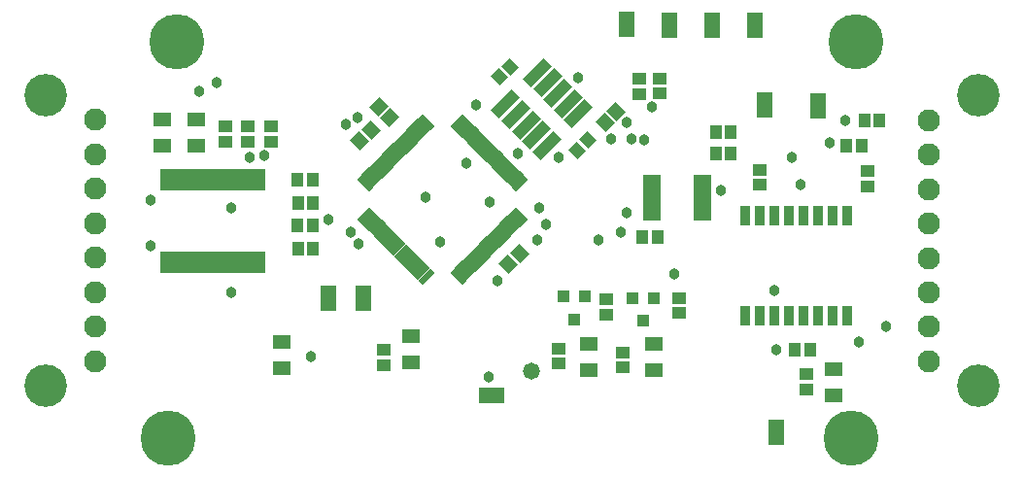
<source format=gbr>
%TF.GenerationSoftware,Altium Limited,Altium Designer,18.1.9 (240)*%
G04 Layer_Color=8388736*
%FSLAX26Y26*%
%MOIN*%
%TF.FileFunction,Soldermask,Top*%
%TF.Part,Single*%
G01*
G75*
%TA.AperFunction,SMDPad,CuDef*%
%ADD65R,0.047370X0.043433*%
%ADD66R,0.043433X0.047370*%
%ADD67R,0.039496X0.043433*%
%ADD70R,0.045402X0.041465*%
%ADD72R,0.041465X0.045402*%
%TA.AperFunction,ViaPad*%
%ADD78C,0.189102*%
%TA.AperFunction,ComponentPad*%
%ADD79C,0.145795*%
%ADD80C,0.076898*%
%TA.AperFunction,ViaPad*%
%ADD81C,0.038000*%
%ADD82C,0.058000*%
%TA.AperFunction,SMDPad,CuDef*%
%ADD85R,0.053276X0.088709*%
%ADD86R,0.027291X0.072961*%
%ADD87R,0.059181X0.051307*%
G04:AMPARAMS|DCode=88|XSize=19.811mil|YSize=61.15mil|CornerRadius=0mil|HoleSize=0mil|Usage=FLASHONLY|Rotation=315.000|XOffset=0mil|YOffset=0mil|HoleType=Round|Shape=Rectangle|*
%AMROTATEDRECTD88*
4,1,4,-0.028624,-0.014615,0.014615,0.028624,0.028624,0.014615,-0.014615,-0.028624,-0.028624,-0.014615,0.0*
%
%ADD88ROTATEDRECTD88*%

G04:AMPARAMS|DCode=89|XSize=19.811mil|YSize=61.15mil|CornerRadius=0mil|HoleSize=0mil|Usage=FLASHONLY|Rotation=45.000|XOffset=0mil|YOffset=0mil|HoleType=Round|Shape=Rectangle|*
%AMROTATEDRECTD89*
4,1,4,0.014615,-0.028624,-0.028624,0.014615,-0.014615,0.028624,0.028624,-0.014615,0.014615,-0.028624,0.0*
%
%ADD89ROTATEDRECTD89*%

G04:AMPARAMS|DCode=90|XSize=47.37mil|YSize=43.433mil|CornerRadius=0mil|HoleSize=0mil|Usage=FLASHONLY|Rotation=45.000|XOffset=0mil|YOffset=0mil|HoleType=Round|Shape=Rectangle|*
%AMROTATEDRECTD90*
4,1,4,-0.001392,-0.032104,-0.032104,-0.001392,0.001392,0.032104,0.032104,0.001392,-0.001392,-0.032104,0.0*
%
%ADD90ROTATEDRECTD90*%

G04:AMPARAMS|DCode=91|XSize=47.37mil|YSize=43.433mil|CornerRadius=0mil|HoleSize=0mil|Usage=FLASHONLY|Rotation=135.000|XOffset=0mil|YOffset=0mil|HoleType=Round|Shape=Rectangle|*
%AMROTATEDRECTD91*
4,1,4,0.032104,-0.001392,0.001392,-0.032104,-0.032104,0.001392,-0.001392,0.032104,0.032104,-0.001392,0.0*
%
%ADD91ROTATEDRECTD91*%

%ADD92R,0.088709X0.053276*%
G04:AMPARAMS|DCode=93|XSize=45.402mil|YSize=41.465mil|CornerRadius=0mil|HoleSize=0mil|Usage=FLASHONLY|Rotation=135.000|XOffset=0mil|YOffset=0mil|HoleType=Round|Shape=Rectangle|*
%AMROTATEDRECTD93*
4,1,4,0.030712,-0.001392,0.001392,-0.030712,-0.030712,0.001392,-0.001392,0.030712,0.030712,-0.001392,0.0*
%
%ADD93ROTATEDRECTD93*%

G04:AMPARAMS|DCode=94|XSize=37.921mil|YSize=102.488mil|CornerRadius=0mil|HoleSize=0mil|Usage=FLASHONLY|Rotation=135.000|XOffset=0mil|YOffset=0mil|HoleType=Round|Shape=Rectangle|*
%AMROTATEDRECTD94*
4,1,4,0.049642,0.022828,-0.022828,-0.049642,-0.049642,-0.022828,0.022828,0.049642,0.049642,0.022828,0.0*
%
%ADD94ROTATEDRECTD94*%

%ADD95R,0.061150X0.019811*%
%ADD96R,0.035559X0.070992*%
D65*
X1811024Y2034448D02*
D03*
Y1981300D02*
D03*
X4015748Y1880390D02*
D03*
Y1827242D02*
D03*
D66*
X2113188Y1850394D02*
D03*
X2060040D02*
D03*
Y1692913D02*
D03*
X2113188D02*
D03*
X3294291Y1653543D02*
D03*
X3241142D02*
D03*
X3765750Y1268426D02*
D03*
X3818898D02*
D03*
D67*
X3045797Y1449370D02*
D03*
X2970993D02*
D03*
X3008395Y1370630D02*
D03*
X3283268Y1445000D02*
D03*
X3208464D02*
D03*
X3245866Y1366260D02*
D03*
D70*
X1889764Y1982284D02*
D03*
Y2033464D02*
D03*
X1968504Y1982284D02*
D03*
Y2033464D02*
D03*
X2355000Y1266180D02*
D03*
Y1215000D02*
D03*
X3173740Y1208149D02*
D03*
Y1259329D02*
D03*
X2954066Y1219410D02*
D03*
Y1270590D02*
D03*
X3120000Y1440000D02*
D03*
Y1388820D02*
D03*
X3233269Y2145669D02*
D03*
Y2196849D02*
D03*
X3301298Y2146578D02*
D03*
Y2197758D02*
D03*
X3366771Y1445000D02*
D03*
Y1393820D02*
D03*
X3805000Y1132559D02*
D03*
Y1183739D02*
D03*
X3645000Y1884330D02*
D03*
Y1833150D02*
D03*
D72*
X4004251Y2054803D02*
D03*
X4055432D02*
D03*
X3942417Y1968504D02*
D03*
X3993598D02*
D03*
X2112204Y1771653D02*
D03*
X2061024D02*
D03*
X2112204Y1614173D02*
D03*
X2061024D02*
D03*
X3545012Y2013150D02*
D03*
X3493832D02*
D03*
X3545016Y1940000D02*
D03*
X3493836D02*
D03*
D78*
X1645002Y2322835D02*
D03*
X1614173Y964567D02*
D03*
X3957652D02*
D03*
X3976378Y2322835D02*
D03*
D79*
X1195000Y1144685D02*
D03*
Y2140749D02*
D03*
X4395078Y2139449D02*
D03*
Y1143385D02*
D03*
D80*
X1365078Y2056103D02*
D03*
Y1937993D02*
D03*
Y1819883D02*
D03*
Y1701771D02*
D03*
Y1583661D02*
D03*
Y1465551D02*
D03*
Y1347441D02*
D03*
Y1229331D02*
D03*
X4225000Y1228031D02*
D03*
Y1346141D02*
D03*
Y1464251D02*
D03*
Y1582363D02*
D03*
Y1700473D02*
D03*
Y1818583D02*
D03*
Y1936693D02*
D03*
Y2054803D02*
D03*
D81*
X3510969Y1815772D02*
D03*
X1896222Y1929175D02*
D03*
X1944109Y1934609D02*
D03*
X2500000Y1791339D02*
D03*
X3188970Y1737992D02*
D03*
X3093268Y1644428D02*
D03*
X2911668Y1696384D02*
D03*
X1782033Y2183186D02*
D03*
X1721022Y2153629D02*
D03*
X3937008Y2054803D02*
D03*
X3885827Y1979325D02*
D03*
X3756474Y1929134D02*
D03*
X3785946Y1833150D02*
D03*
X3274724Y2100347D02*
D03*
X3205000Y1991563D02*
D03*
X3188970Y2047240D02*
D03*
X3694016Y1471839D02*
D03*
X4078004Y1348148D02*
D03*
X2549167Y1637326D02*
D03*
X2716574Y1175000D02*
D03*
X3020314Y2200047D02*
D03*
X3168348Y1672382D02*
D03*
X2881802Y1644428D02*
D03*
X2887795Y1755906D02*
D03*
X3246822Y1986284D02*
D03*
X3134606Y1989402D02*
D03*
X2954066Y1929134D02*
D03*
X2719242Y1773108D02*
D03*
X2816314Y1940001D02*
D03*
X2639776Y1907480D02*
D03*
X2670146Y2106299D02*
D03*
X2165354Y1714024D02*
D03*
X1833213Y1464251D02*
D03*
X2283465Y1445000D02*
D03*
X2165354D02*
D03*
X2240217Y1669758D02*
D03*
X2267978Y1629533D02*
D03*
X2224409Y2042322D02*
D03*
X2263952Y2062992D02*
D03*
X1830709Y1752954D02*
D03*
X2746467Y1505748D02*
D03*
X3700787Y1268426D02*
D03*
X3900000Y1202519D02*
D03*
X3985552Y1294646D02*
D03*
X1554393Y1623032D02*
D03*
Y1780000D02*
D03*
X2106024Y1245000D02*
D03*
X3353385Y1528756D02*
D03*
D82*
X2862480Y1195000D02*
D03*
D85*
X3845000Y2104195D02*
D03*
X3660748Y2106299D02*
D03*
X2165354Y1445000D02*
D03*
X2283465D02*
D03*
X3186810Y2383860D02*
D03*
X3336731Y2380905D02*
D03*
X3629253D02*
D03*
X3482598Y2381890D02*
D03*
X3700787Y984252D02*
D03*
D86*
X1602899Y1567014D02*
D03*
X1628488D02*
D03*
X1654079D02*
D03*
X1679670D02*
D03*
X1705261D02*
D03*
X1730851D02*
D03*
X1756440D02*
D03*
X1782033D02*
D03*
X1807622D02*
D03*
X1833213D02*
D03*
X1858803D02*
D03*
X1884395D02*
D03*
X1909985D02*
D03*
X1935574D02*
D03*
X1602899Y1852446D02*
D03*
X1628488D02*
D03*
X1654079D02*
D03*
X1679670D02*
D03*
X1705261D02*
D03*
X1730851D02*
D03*
X1756440D02*
D03*
X1782033D02*
D03*
X1807622D02*
D03*
X1833213D02*
D03*
X1858803D02*
D03*
X1884395D02*
D03*
X1909985D02*
D03*
X1935574D02*
D03*
D87*
X1712503Y1966612D02*
D03*
Y2057164D02*
D03*
X1594393Y1966612D02*
D03*
Y2057164D02*
D03*
X2005158Y1294646D02*
D03*
Y1204094D02*
D03*
X2450000Y1315000D02*
D03*
Y1224448D02*
D03*
X3057394Y1287190D02*
D03*
Y1196638D02*
D03*
X3281298Y1287187D02*
D03*
Y1196635D02*
D03*
X3900000Y1202519D02*
D03*
Y1111967D02*
D03*
D88*
X2611937Y2048091D02*
D03*
X2625858Y2034171D02*
D03*
X2639776Y2020252D02*
D03*
X2653696Y2006332D02*
D03*
X2667615Y1992414D02*
D03*
X2681535Y1978493D02*
D03*
X2695454Y1964575D02*
D03*
X2709374Y1950655D02*
D03*
X2723293Y1936736D02*
D03*
X2737213Y1922816D02*
D03*
X2751131Y1908897D02*
D03*
X2765052Y1894977D02*
D03*
X2778970Y1881058D02*
D03*
X2792890Y1867138D02*
D03*
X2806809Y1853219D02*
D03*
X2820729Y1839299D02*
D03*
X2500582Y1519153D02*
D03*
X2486662Y1533073D02*
D03*
X2472743Y1546991D02*
D03*
X2458823Y1560911D02*
D03*
X2444905Y1574830D02*
D03*
X2430985Y1588750D02*
D03*
X2417066Y1602669D02*
D03*
X2403146Y1616589D02*
D03*
X2389227Y1630508D02*
D03*
X2375307Y1644428D02*
D03*
X2361388Y1658347D02*
D03*
X2347468Y1672267D02*
D03*
X2333549Y1686185D02*
D03*
X2319629Y1700105D02*
D03*
X2305711Y1714024D02*
D03*
X2291791Y1727944D02*
D03*
D89*
X2820729D02*
D03*
X2806809Y1714024D02*
D03*
X2792890Y1700105D02*
D03*
X2778970Y1686185D02*
D03*
X2765052Y1672267D02*
D03*
X2751131Y1658347D02*
D03*
X2737213Y1644428D02*
D03*
X2723293Y1630508D02*
D03*
X2709374Y1616589D02*
D03*
X2695454Y1602669D02*
D03*
X2681535Y1588750D02*
D03*
X2667615Y1574830D02*
D03*
X2653696Y1560911D02*
D03*
X2639776Y1546991D02*
D03*
X2625858Y1533073D02*
D03*
X2611937Y1519153D02*
D03*
X2291791Y1839299D02*
D03*
X2305711Y1853219D02*
D03*
X2319629Y1867138D02*
D03*
X2333549Y1881058D02*
D03*
X2347468Y1894977D02*
D03*
X2361388Y1908897D02*
D03*
X2375307Y1922816D02*
D03*
X2389227Y1936736D02*
D03*
X2403146Y1950655D02*
D03*
X2417066Y1964575D02*
D03*
X2430985Y1978493D02*
D03*
X2444905Y1992414D02*
D03*
X2458823Y2006332D02*
D03*
X2472743Y2020252D02*
D03*
X2486662Y2034171D02*
D03*
X2500582Y2048091D02*
D03*
D90*
X2337726Y2100573D02*
D03*
X2375307Y2062992D02*
D03*
D91*
X2273000Y1982807D02*
D03*
X2310581Y2020388D02*
D03*
X2820729Y1598425D02*
D03*
X2783148Y1560844D02*
D03*
X3153397Y2085405D02*
D03*
X3115816Y2047823D02*
D03*
D92*
X2725000Y1111967D02*
D03*
D93*
X2786835Y2239355D02*
D03*
X2750645Y2203165D02*
D03*
X3054276Y1986284D02*
D03*
X3018086Y1950094D02*
D03*
D94*
X3023224Y2077120D02*
D03*
X2914651Y1968548D02*
D03*
X2987868Y2112476D02*
D03*
X2879296Y2003903D02*
D03*
X2952513Y2147831D02*
D03*
X2843941Y2039259D02*
D03*
X2917157Y2183186D02*
D03*
X2808586Y2074614D02*
D03*
X2881802Y2218541D02*
D03*
X2773230Y2109970D02*
D03*
D95*
X3449920Y1720944D02*
D03*
Y1740630D02*
D03*
Y1760314D02*
D03*
Y1780000D02*
D03*
Y1799684D02*
D03*
Y1819370D02*
D03*
Y1839054D02*
D03*
Y1858740D02*
D03*
X3274724Y1720944D02*
D03*
Y1740630D02*
D03*
Y1760314D02*
D03*
Y1780000D02*
D03*
Y1799684D02*
D03*
Y1819370D02*
D03*
Y1839054D02*
D03*
Y1858740D02*
D03*
D96*
X3595000Y1383740D02*
D03*
X3645000D02*
D03*
X3695000D02*
D03*
X3745000D02*
D03*
X3795000D02*
D03*
X3845000D02*
D03*
X3895000D02*
D03*
X3945000D02*
D03*
X3595000Y1726260D02*
D03*
X3645000D02*
D03*
X3695000D02*
D03*
X3745000D02*
D03*
X3795000D02*
D03*
X3845000D02*
D03*
X3895000D02*
D03*
X3945000D02*
D03*
%TF.MD5,594a50d5be0cb596e72bd3b55c311577*%
M02*

</source>
